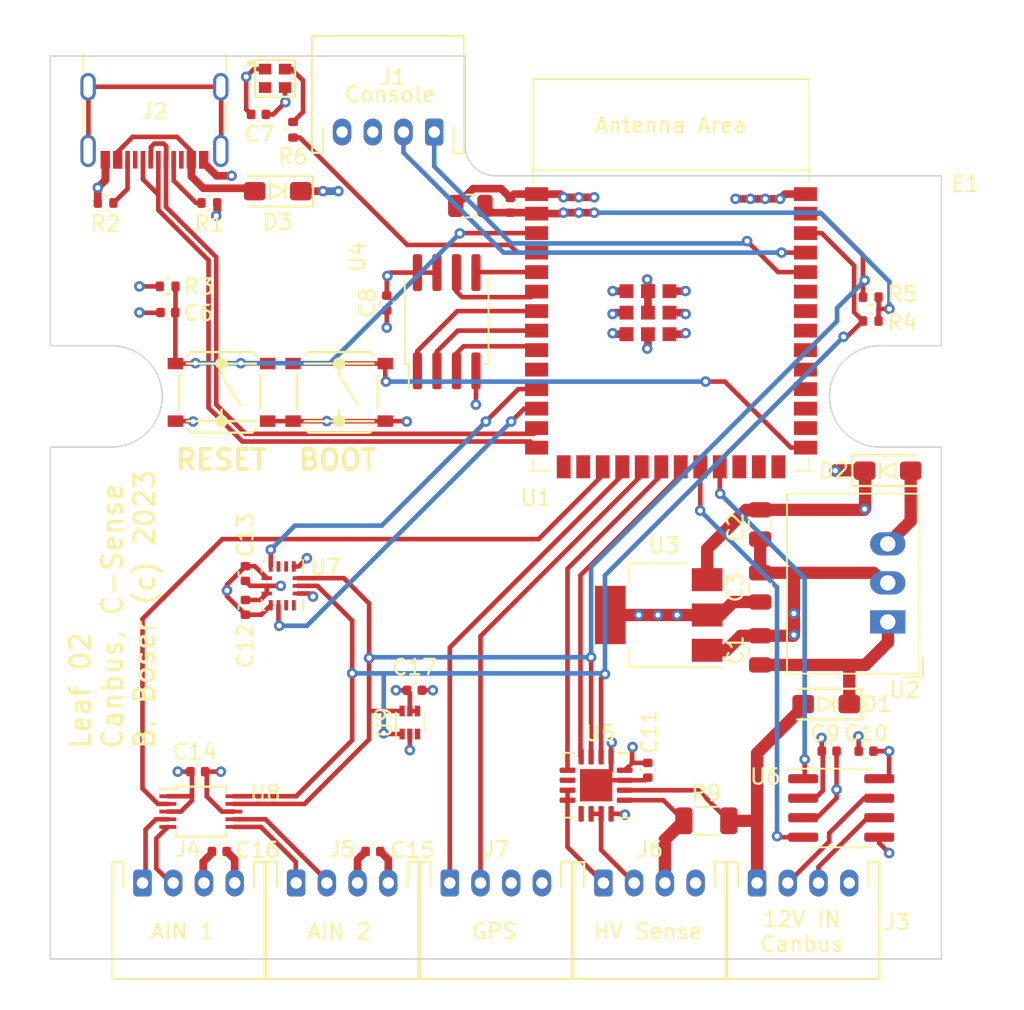
<source format=kicad_pcb>
(kicad_pcb (version 20221018) (generator pcbnew)
  (title_block (title "Enter Title On Page Setting Dialog") (rev "1") (company "Ashton Johnson"))
  (layers (0 "F.Cu" signal) (1 "In1.Cu" power "GND") (2 "In2.Cu" power "POWER") (31 "B.Cu" signal) (35 "F.Paste" user) (36 "B.SilkS" user "B.Silkscreen") (37 "F.SilkS" user "F.Silkscreen") (38 "B.Mask" user) (39 "F.Mask" user) (44 "Edge.Cuts" user))
  (net 0 "")
  (net 12 "ADC_ALERT")
  (net 13 "+12V")
  (net 14 "GND")
  (net 15 "+5V")
  (net 16 "Vin")
  (net 17 "D+")
  (net 18 "D-")
  (net 19 "RESET")
  (net 20 "+3.3V")
  (net 21 "SDA")
  (net 22 "SCL")
  (net 23 "CS_WARNING")
  (net 24 "BOOT")
  (net 25 "IMU_INT2")
  (net 26 "FRAM_CS")
  (net 27 "FRAM_MISO")
  (net 28 "FRAM_MOSI")
  (net 29 "FRAM_SCK")
  (net 30 "CAN_TXD")
  (net 31 "CAN_RXD")
  (net 32 "GPS_RX")
  (net 33 "GPS_TX")
  (net 34 "U0RXD")
  (net 35 "U0TXD")
  (net 36 "CS_CRITICAL")
  (net 37 "/VUSB")
  (net 38 "/Vreg")
  (net 40 "Net-(J2-CC1)")
  (net 42 "Net-(J2-CC2)")
  (net 44 "unconnected-(J2-SHIELD-PadS1)")
  (net 46 "FRAM_WP")
  (net 47 "IMU_INT1")
  (net 48 "/io/CAN_H")
  (net 49 "/io/CAN_L")
  (net 51 "LED")
  (net 53 "Net-(LED1-DIN)")
  (net 54 "/io/AIN1+")
  (net 55 "/io/AIN1-")
  (net 56 "/io/AIN2+")
  (net 57 "/io/AIN2-")
  (net 64 "/io/Vsense1")
  (net 65 "/io/Vsense2")
  (net 66 "/io/Vout")
  (footprint "Footprints:JST_PH_S4B-PH-K_1x04_P2.00mm_Horizontal" (layer "F.Cu") (at 124.99 46.15 180)
    (fp_text reference "J1")
    (fp_text value "Console")
  )
  (footprint "Espressif:ESP32-S3-WROOM-1" (layer "F.Cu") (at 140.4 58.45)
    (fp_text reference "U1")
    (fp_text value "ESP32-S3-WROOM-1")
  )
  (footprint "Converter_DCDC:Converter_DCDC_RECOM_R-78E-0.5_THT" (layer "F.Cu") (at 154.5075 78.047 90)
    (fp_text reference "U2")
    (fp_text value "R-78E5.0-1.0")
  )
  (footprint "Footprints:SOD-123" (layer "F.Cu") (at 150.5 83.4 180)
    (fp_text reference "D1")
    (fp_text value "1N5819WS")
  )
  (footprint "Footprints:C_0402_1005Metric" (layer "F.Cu") (at 153.095 86.465)
    (fp_text reference "C10")
    (fp_text value "100n")
  )
  (footprint "Footprints:C_0402_1005Metric" (layer "F.Cu") (at 107.65 57.9 180)
    (fp_text reference "C6")
    (fp_text value "1uF")
  )
  (footprint "Footprints:Hammond_1593K_WROOM" (layer "F.Cu") (at 100 100)
    (fp_text reference "E1")
    (fp_text value "1593k")
    (fp_line (start 0 -39.941) (end 0 -58.8) (stroke (width 0.1)) (layer "Edge.Cuts"))
    (fp_line (start 0 -33.337) (end 0 0) (stroke (width 0.1)) (layer "Edge.Cuts"))
    (fp_line (start 0 0) (end 58 0) (stroke (width 0.1)) (layer "Edge.Cuts"))
    (fp_line (start 3.981 -39.941) (end 0 -39.941) (stroke (width 0.1)) (layer "Edge.Cuts"))
    (fp_line (start 3.981 -33.337) (end 0 -33.337) (stroke (width 0.1)) (layer "Edge.Cuts"))
    (fp_line (start 27 -58.8) (end 0 -58.8) (stroke (width 0.1)) (layer "Edge.Cuts"))
    (fp_line (start 27 -53) (end 27 -58.8) (stroke (width 0.1)) (layer "Edge.Cuts"))
    (fp_line (start 29 -51) (end 58 -51) (stroke (width 0.1)) (layer "Edge.Cuts"))
    (fp_line (start 54.019 -39.941) (end 58 -39.941) (stroke (width 0.1)) (layer "Edge.Cuts"))
    (fp_line (start 54.019 -33.337) (end 58 -33.337) (stroke (width 0.1)) (layer "Edge.Cuts"))
    (fp_line (start 58 -51) (end 58 -39.941) (stroke (width 0.1)) (layer "Edge.Cuts"))
    (fp_line (start 58 0) (end 58 -33.337) (stroke (width 0.1)) (layer "Edge.Cuts"))
    (fp_arc (start 3.981 -39.941) (mid 7.283 -36.639) (end 3.981 -33.337) (stroke (width 0.1)) (layer "Edge.Cuts"))
    (fp_arc (start 29 -51) (mid 27.585786 -51.585786) (end 27 -53) (stroke (width 0.1)) (layer "Edge.Cuts"))
    (fp_arc (start 54.019 -33.337) (mid 50.717 -36.639) (end 54.019 -39.941) (stroke (width 0.1)) (layer "Edge.Cuts"))
  )
  (footprint "Capacitor_SMD:C_0805_2012Metric" (layer "F.Cu") (at 146.2 79.9 90)
    (fp_text reference "C1")
    (fp_text value "10u")
  )
  (footprint "Package_DFN_QFN:Texas_RGV_S-PVQFN-N16_EP2.1x2.1mm" (layer "F.Cu") (at 135.525 88.685 180)
    (fp_text reference "U5")
    (fp_text value "INA3221")
  )
  (footprint "Footprints:C_0402_1005Metric" (layer "F.Cu") (at 111 93)
    (fp_text reference "C16")
    (fp_text value "100n")
  )
  (footprint "Footprints:JST_PH_S4B-PH-K_1x04_P2.00mm_Horizontal" (layer "F.Cu") (at 106 95.05)
    (fp_text reference "J4")
    (fp_text value "AIN1")
  )
  (footprint "Footprints:JST_PH_S4B-PH-K_1x04_P2.00mm_Horizontal" (layer "F.Cu") (at 146 95.05)
    (fp_text reference "J3")
    (fp_text value "Power")
  )
  (footprint "Footprints:TS-1187A" (layer "F.Cu") (at 111.14 63.1)
    (fp_text reference "SW2" hide)
    (fp_text value "RESET")
  )
  (footprint "Footprints:C_0402_1005Metric" (layer "F.Cu") (at 113.55 45)
    (fp_text reference "C7")
    (fp_text value "100n")
  )
  (footprint "Package_LGA:Bosch_LGA-14_3x2.5mm_P0.5mm" (layer "F.Cu") (at 115.1 75.7 -90)
    (fp_text reference "U7")
    (fp_text value "BMI270")
  )
  (footprint "Footprints:R_0402_1005Metric" (layer "F.Cu") (at 110.35 50.765)
    (fp_text reference "R1")
    (fp_text value "5.1k")
  )
  (footprint "Footprints:R_0402_1005Metric" (layer "F.Cu") (at 153.39645 58.45 180)
    (fp_text reference "R4")
    (fp_text value "5.1k")
  )
  (footprint "Footprints:JST_PH_S4B-PH-K_1x04_P2.00mm_Horizontal" (layer "F.Cu") (at 136 95.05)
    (fp_text reference "J6")
    (fp_text value "HV Sense")
  )
  (footprint "Capacitor_SMD:C_0805_2012Metric" (layer "F.Cu") (at 146.2 71.7 -90)
    (fp_text reference "C2")
    (fp_text value "10u")
  )
  (footprint "Capacitor_SMD:C_0805_2012Metric" (layer "F.Cu") (at 127.34 50.96 180)
    (fp_text reference "C4" hide)
    (fp_text value "10u")
  )
  (footprint "Package_TO_SOT_SMD:SOT-563" (layer "F.Cu") (at 123.4 84.6 90)
    (fp_text reference "U9")
    (fp_text value "TMP1075NDRLR")
  )
  (footprint "Footprints:C_0402_1005Metric" (layer "F.Cu") (at 109.6 87.8 180)
    (fp_text reference "C14")
    (fp_text value "100n")
  )
  (footprint "Footprints:C_0402_1005Metric" (layer "F.Cu") (at 123.7 82.5)
    (fp_text reference "C17")
    (fp_text value "100n")
  )
  (footprint "Footprints:C_0402_1005Metric" (layer "F.Cu") (at 150.695 86.465 180)
    (fp_text reference "C9")
    (fp_text value "100n")
  )
  (footprint "Footprints:R_0402_1005Metric" (layer "F.Cu") (at 103.6 50.765 180)
    (fp_text reference "R2")
    (fp_text value "5.1k")
  )
  (footprint "Footprints:C_0402_1005Metric" (layer "F.Cu") (at 112.7 77.1 90)
    (fp_text reference "C12")
    (fp_text value "100n")
  )
  (footprint "Package_TO_SOT_SMD:SOT-223-3_TabPin2" (layer "F.Cu") (at 139.6 77.6 180)
    (fp_text reference "U3")
    (fp_text value "AMS1117-3.3")
  )
  (footprint "Footprints:JST_PH_S4B-PH-K_1x04_P2.00mm_Horizontal" (layer "F.Cu") (at 116 95.05)
    (fp_text reference "J5")
    (fp_text value "AIN2")
  )
  (footprint "Footprints:C_0402_1005Metric" (layer "F.Cu") (at 138.888021 87.709479 -90)
    (fp_text reference "C11")
    (fp_text value "100n")
  )
  (footprint "Footprints:C_0402_1005Metric" (layer "F.Cu") (at 129.94 50.92 90)
    (fp_text reference "C5" hide)
    (fp_text value "100n")
  )
  (footprint "Footprints:SK6805-EK20" (layer "F.Cu") (at 114.6275 42.65 180)
    (fp_text reference "LED1" hide)
    (fp_text value "SK6805")
  )
  (footprint "Footprints:SOP-8_MP85RS2" (layer "F.Cu") (at 125.8 58.5 90)
    (fp_text reference "U4")
    (fp_text value "MB85RS2MT")
  )
  (footprint "Footprints:C_0402_1005Metric" (layer "F.Cu") (at 121.9 57.28 -90)
    (fp_text reference "C8")
    (fp_text value "100n")
  )
  (footprint "Footprints:R_0402_1005Metric" (layer "F.Cu") (at 153.4 56.9)
    (fp_text reference "R5")
    (fp_text value "5.1k")
  )
  (footprint "Footprints:C_0402_1005Metric" (layer "F.Cu") (at 121 93)
    (fp_text reference "C15")
    (fp_text value "100n")
  )
  (footprint "Footprints:R_0402_1005Metric" (layer "F.Cu") (at 115.8 46 90)
    (fp_text reference "R6")
    (fp_text value "510")
  )
  (footprint "Footprints:R_0402_1005Metric" (layer "F.Cu") (at 107.64 56.2)
    (fp_text reference "R3")
    (fp_text value "10k")
  )
  (footprint "Footprints:JST_PH_S4B-PH-K_1x04_P2.00mm_Horizontal" (layer "F.Cu") (at 126 95.05)
    (fp_text reference "J7")
    (fp_text value "GPS")
  )
  (footprint "Package_SO:TSSOP-10_3x3mm_P0.5mm" (layer "F.Cu") (at 109.8 90.4)
    (fp_text reference "U8")
    (fp_text value "ADS1015IDGS")
  )
  (footprint "Resistor_SMD:R_1206_3216Metric" (layer "F.Cu") (at 142.7 91)
    (fp_text reference "R9")
    (fp_text value "150m")
  )
  (footprint "Footprints:SOD-123" (layer "F.Cu") (at 114.8 50 180)
    (fp_text reference "D3")
    (fp_text value "1N5819WS")
  )
  (footprint "Footprints:SOD-123" (layer "F.Cu") (at 154.5 68.2)
    (fp_text reference "D2")
    (fp_text value "1N5819WS")
  )
  (footprint "Footprints:TS-1187A" (layer "F.Cu") (at 118.8 63.1)
    (fp_text reference "SW1" hide)
    (fp_text value "BOOT")
  )
  (footprint "Capacitor_SMD:C_0805_2012Metric" (layer "F.Cu") (at 146.2 75.8 90)
    (fp_text reference "C3")
    (fp_text value "10u")
  )
  (footprint "Footprints:C_0402_1005Metric" (layer "F.Cu") (at 112.7 74.9 -90)
    (fp_text reference "C13")
    (fp_text value "100n")
  )
  (footprint "Connector_USB:USB_C_Receptacle_GCT_USB4105-xx-A_16P_TopMnt_Horizontal" (layer "F.Cu") (at 106.78 44.275 180)
    (fp_text reference "J2")
    (fp_text value "USB_C_Receptacle_USB2.0")
  )
  (footprint "Package_SO:SOIC-8_3.9x4.9mm_P1.27mm" (layer "F.Cu") (at 151.475 90.165)
    (fp_text reference "U6")
    (fp_text value "MCP2562-E-SN")
  )
  (gr_text "HV Sense" (at 138.9 98.8) (layer "F.SilkS") (effects (font (size 1 1)) (justify bottom)))
  (gr_text "Leaf 02\nCanbus, C-Sense\nB. Boser (c) 2023" (at 106.9 86.43 90) (layer "F.SilkS") (effects (font (size 1.3 1.3) (thickness 0.2)) (justify left bottom)))
  (gr_text "BOOT" (at 118.7 67.5) (layer "F.SilkS") (effects (font (size 1.3 1.3) (thickness 0.26) bold)))
  (gr_text "12V IN\nCanbus" (at 148.9 99.61) (layer "F.SilkS") (effects (font (size 1 1)) (justify bottom)))
  (gr_text "Console" (at 122.1 44.28) (layer "F.SilkS") (effects (font (size 1 1)) (justify bottom)))
  (gr_text "GPS" (at 128.9 98.8) (layer "F.SilkS") (effects (font (size 1 1)) (justify bottom)))
  (gr_text "AIN 2" (at 118.8 98.8) (layer "F.SilkS") (effects (font (size 1 1)) (justify bottom)))
  (gr_text "AIN 1" (at 108.6 98.8) (layer "F.SilkS") (effects (font (size 1 1)) (justify bottom)))
  (segment (start 106 88.9) (end 107 89.9) (width 0.3) (layer "F.Cu") (net 12))
  (segment (start 107 89.9) (end 107.65 89.9) (width 0.3) (layer "F.Cu") (net 12))
  (segment (start 135.955 68.485) (end 131.7829 72.6571) (width 0.3) (layer "F.Cu") (net 12))
  (segment (start 106 88.9) (end 106 77.85) (width 0.3) (layer "F.Cu") (net 12))
  (segment (start 106 77.85) (end 111.1929 72.6571) (width 0.3) (layer "F.Cu") (net 12))
  (segment (start 131.7829 72.6571) (end 111.1929 72.6571) (width 0.3) (layer "F.Cu") (net 12))
  (segment (start 152 80.95) (end 152.1 80.85) (width 0.8) (layer "F.Cu") (net 13))
  (segment (start 152.1 80.85) (end 153.04 80.85) (width 0.8) (layer "F.Cu") (net 13))
  (segment (start 153.04 80.85) (end 154.52 79.37) (width 0.8) (layer "F.Cu") (net 13))
  (segment (start 146.2 80.85) (end 152.1 80.85) (width 0.8) (layer "F.Cu") (net 13))
  (segment (start 154.52 79.37) (end 154.52 78.0595) (width 0.8) (layer "F.Cu") (net 13))
  (segment (start 152 83.4) (end 152 80.95) (width 0.8) (layer "F.Cu") (net 13))
  (segment (start 154.595 86.465) (end 154.595 87.935) (width 0.3) (layer "F.Cu") (net 14))
  (segment (start 103.58 49.285) (end 103.58 47.955) (width 0.5) (layer "F.Cu") (net 14))
  (segment (start 137.3875 88.36) (end 135.85 88.36) (width 0.3) (layer "F.Cu") (net 14))
  (segment (start 137.3875 88.36) (end 138.7175 88.36) (width 0.3) (layer "F.Cu") (net 14))
  (segment (start 112.7 76.62) (end 113.6675 76.62) (width 0.3) (layer "F.Cu") (net 14))
  (segment (start 124.18 82.5) (end 124.9 82.5) (width 0.3) (layer "F.Cu") (net 14))
  (segment (start 105.82 57.92) (end 107.19 57.92) (width 0.3) (layer "F.Cu") (net 14))
  (segment (start 136.5 86.8225) (end 136.5 87.71) (width 0.3) (layer "F.Cu") (net 14))
  (segment (start 148.4 77.5) (end 148.4 74.95) (width 0.8) (layer "F.Cu") (net 14))
  (segment (start 148.3 74.85) (end 153.58 74.85) (width 0.8) (layer "F.Cu") (net 14))
  (segment (start 115.2775 44.1775) (end 115.3 44.2) (width 0.3) (layer "F.Cu") (net 14))
  (segment (start 114.0875 75.7) (end 115 75.7) (width 0.3) (layer "F.Cu") (net 14))
  (segment (start 114.14 64.975) (end 115.8 64.975) (width 0.3) (layer "F.Cu") (net 14))
  (segment (start 112.7 75.38) (end 113.02 75.7) (width 0.3) (layer "F.Cu") (net 14))
  (segment (start 146.2 74.85) (end 148.3 74.85) (width 0.8) (layer "F.Cu") (net 14))
  (segment (start 112 95.05) (end 112 93.52) (width 0.5) (layer "F.Cu") (net 14))
  (segment (start 136.5 86.8225) (end 136.5 85.9424) (width 0.3) (layer "F.Cu") (net 14))
  (segment (start 109.275 64.975) (end 109.3 65) (width 0.3) (layer "F.Cu") (net 14))
  (segment (start 138.9 60.2) (end 138.85 60.25) (width 0.5) (layer "F.Cu") (net 14))
  (segment (start 126.39 50.96) (end 127.5174 49.8326) (width 0.5) (layer "F.Cu") (net 14))
  (segment (start 141.26 57.91) (end 141.35 58) (width 0.5) (layer "F.Cu") (net 14))
  (segment (start 108.5 90.4) (end 109.22 89.68) (width 0.3) (layer "F.Cu") (net 14))
  (segment (start 134.4 50.4) (end 135.4 50.4) (width 0.5) (layer "F.Cu") (net 14))
  (segment (start 149.15 50.19) (end 147.81 50.19) (width 0.5) (layer "F.Cu") (net 14))
  (segment (start 147.81 50.19) (end 147.5 50.5) (width 0.5) (layer "F.Cu") (net 14))
  (segment (start 109.22 87.8) (end 108.3 87.8) (width 0.3) (layer "F.Cu") (net 14))
  (segment (start 114.0875 75.7) (end 114.0875 76.2) (width 0.3) (layer "F.Cu") (net 14))
  (segment (start 127.705 61.7) (end 127.705 63.895) (width 0.3) (layer "F.Cu") (net 14))
  (segment (start 122 95.05) (end 122 93.52) (width 0.5) (layer "F.Cu") (net 14))
  (segment (start 114.03 45) (end 114.5 45) (width 0.3) (layer "F.Cu") (net 14))
  (segment (start 109.22 89.3) (end 109.22 87.8) (width 0.3) (layer "F.Cu") (net 14))
  (segment (start 138.7175 88.36) (end 138.888021 88.189479) (width 0.3) (layer "F.Cu") (net 14))
  (segment (start 140.3 56.51) (end 141.34 56.51) (width 0.5) (layer "F.Cu") (net 14))
  (segment (start 109.22 89.68) (end 109.22 89.3) (width 0.3) (layer "F.Cu") (net 14))
  (segment (start 123.4 85.35) (end 123.4 86.4) (width 0.3) (layer "F.Cu") (net 14))
  (segment (start 105.8 57.9) (end 105.82 57.92) (width 0.3) (layer "F.Cu") (net 14))
  (segment (start 140.3 57.91) (end 141.26 57.91) (width 0.5) (layer "F.Cu") (net 14))
  (segment (start 137.5 56.51) (end 136.61 56.51) (width 0.5) (layer "F.Cu") (net 14))
  (segment (start 136.66 59.31) (end 136.6 59.25) (width 0.5) (layer "F.Cu") (net 14))
  (segment (start 136.61 56.51) (end 136.6 56.5) (width 0.5) (layer "F.Cu") (net 14))
  (segment (start 149.79 89.53) (end 150.2774 89.0426) (width 0.3) (layer "F.Cu") (net 14))
  (segment (start 112 93.52) (end 111.48 93) (width 0.5) (layer "F.Cu") (net 14))
  (segment (start 148.4 77.5) (end 148.4 78.9) (width 0.8) (layer "F.Cu") (net 14))
  (segment (start 127.5174 49.8326) (end 129.3326 49.8326) (width 0.5) (layer "F.Cu") (net 14))
  (segment (start 138.9 59.31) (end 138.9 60.2) (width 0.5) (layer "F.Cu") (net 14))
  (segment (start 109.98 48.153503) (end 110.826497 49) (width 0.5) (layer "F.Cu") (net 14))
  (segment (start 141.34 56.51) (end 141.35 56.5) (width 0.5) (layer "F.Cu") (net 14))
  (segment (start 137.5 57.91) (end 136.69 57.91) (width 0.5) (layer "F.Cu") (net 14))
  (segment (start 144.95 78.95) (end 144 79.9) (width 0.8) (layer "F.Cu") (net 14))
  (segment (start 103.09 50.765) (end 103.09 49.775) (width 0.5) (layer "F.Cu") (net 14))
  (segment (start 127.705 63.895) (end 127.7 63.9) (width 0.3) (layer "F.Cu") (net 14))
  (segment (start 130.19 50.19) (end 129.94 50.44) (width 0.5) (layer "F.Cu") (net 14))
  (segment (start 107.65 90.4) (end 108.5 90.4) (width 0.3) (layer "F.Cu") (net 14))
  (segment (start 129.3326 49.8326) (end 129.94 50.44) (width 0.5) (layer "F.Cu") (net 14))
  (segment (start 138.9 57.91) (end 138.9 56.51) (width 0.5) (layer "F.Cu") (net 14))
  (segment (start 107.65 89.4) (end 109.12 89.4) (width 0.3) (layer "F.Cu") (net 14))
  (segment (start 115.8 64.975) (end 121.8 64.975) (width 0.3) (layer "F.Cu") (net 14))
  (segment (start 110.86 51.54) (end 110.8 51.6) (width 0.5) (layer "F.Cu") (net 14))
  (segment (start 136.5 85.9424) (end 136.5424 85.9) (width 0.3) (layer "F.Cu") (net 14))
  (segment (start 113.6675 76.62) (end 114.0875 76.2) (width 0.3) (layer "F.Cu") (net 14))
  (segment (start 146.2 78.95) (end 148.35 78.95) (width 0.8) (layer "F.Cu") (net 14))
  (segment (start 145.566666 50.5) (end 146.6 50.5) (width 0.5) (layer "F.Cu") (net 14))
  (segment (start 150.215 85.615) (end 150.2 85.6) (width 0.3) (layer "F.Cu") (net 14))
  (segment (start 140.3 59.31) (end 141.29 59.31) (width 0.5) (layer "F.Cu") (net 14))
  (segment (start 148.4 74.95) (end 148.3 74.85) (width 0.8) (layer "F.Cu") (net 14))
  (segment (start 116.1625 74.4375) (end 116.7 73.9) (width 0.3) (layer "F.Cu") (net 14))
  (segment (start 110.86 50.765) (end 110.86 51.54) (width 0.5) (layer "F.Cu") (net 14))
  (segment (start 123.175 64.975) (end 123.2 65) (width 0.3) (layer "F.Cu") (net 14))
  (segment (start 109.12 89.4) (end 109.22 89.3) (width 0.3) (layer "F.Cu") (net 14))
  (segment (start 122 93.52) (end 121.48 93) (width 0.5) (layer "F.Cu") (net 14))
  (segment (start 121.9 57.76) (end 121.9 58.88) (width 0.3) (layer "F.Cu") (net 14))
  (segment (start 150.215 86.465) (end 150.215 85.615) (width 0.3) (layer "F.Cu") (net 14))
  (segment (start 133.19 50.19) (end 133.4 50.4) (width 0.5) (layer "F.Cu") (net 14))
  (segment (start 103.09 49.775) (end 103.58 49.285) (width 0.5) (layer "F.Cu") (net 14))
  (segment (start 133.4 50.4) (end 134.4 50.4) (width 0.5) (layer "F.Cu") (net 14))
  (segment (start 144 79.9) (end 142.75 79.9) (width 0.8) (layer "F.Cu") (net 14))
  (segment (start 153.575 86.465) (end 154.595 86.465) (width 0.3) (layer "F.Cu") (net 14))
  (segment (start 153.58 74.85) (end 154.237 75.507) (width 0.8) (layer "F.Cu") (net 14))
  (segment (start 148.35 78.95) (end 148.4 78.9) (width 0.8) (layer "F.Cu") (net 14))
  (segment (start 108.14 64.975) (end 109.275 64.975) (width 0.3) (layer "F.Cu") (net 14))
  (segment (start 136.5 87.71) (end 135.525 88.685) (width 0.3) (layer "F.Cu") (net 14))
  (segment (start 131.65 50.19) (end 130.19 50.19) (width 0.5) (layer "F.Cu") (net 14))
  (segment (start 121.8 64.975) (end 123.175 64.975) (width 0.3) (layer "F.Cu") (net 14))
  (segment (start 113.02 75.7) (end 114.0875 75.7) (width 0.3) (layer "F.Cu") (net 14))
  (segment (start 146.533332 50.5) (end 147.5 50.5) (width 0.5) (layer "F.Cu") (net 14))
  (segment (start 115.85 74.4375) (end 116.1625 74.4375) (width 0.3) (layer "F.Cu") (net 14))
  (segment (start 146.2 72.65) (end 146.2 74.85) (width 0.8) (layer "F.Cu") (net 14))
  (segment (start 144.6 50.5) (end 145.566666 50.5) (width 0.5) (layer "F.Cu") (net 14))
  (segment (start 137.5 59.31) (end 136.66 59.31) (width 0.5) (layer "F.Cu") (net 14))
  (segment (start 146.2 78.95) (end 144.95 78.95) (width 0.8) (layer "F.Cu") (net 14))
  (segment (start 150.2774 89.0426) (end 150.2774 86.5274) (width 0.3) (layer "F.Cu") (net 14))
  (segment (start 131.65 50.19) (end 133.19 50.19) (width 0.5) (layer "F.Cu") (net 14))
  (segment (start 136.69 57.91) (end 136.6 58) (width 0.5) (layer "F.Cu") (net 14))
  (segment (start 114.5 45) (end 115.3 44.2) (width 0.3) (layer "F.Cu") (net 14))
  (segment (start 138.9 56.51) (end 138.9 55.8) (width 0.5) (layer "F.Cu") (net 14))
  (segment (start 141.29 59.31) (end 141.35 59.25) (width 0.5) (layer "F.Cu") (net 14))
  (segment (start 138.9 55.8) (end 138.85 55.75) (width 0.5) (layer "F.Cu") (net 14))
  (segment (start 110.826497 49) (end 111.8 49) (width 0.5) (layer "F.Cu") (net 14))
  (segment (start 115.2775 43.25) (end 115.2775 44.1775) (width 0.3) (layer "F.Cu") (net 14))
  (via (at 110.8 51.6) (size 0.6858) (drill 0.3302) (layers "F.Cu" "B.Cu") (net 14))
  (via (at 123.2 65) (size 0.6858) (drill 0.3302) (layers "F.Cu" "B.Cu") (net 14))
  (via (at 127.7 63.9) (size 0.6858) (drill 0.3302) (layers "F.Cu" "B.Cu") (net 14))
  (via (at 150.2 85.6) (size 0.6858) (drill 0.3302) (layers "F.Cu" "B.Cu") (net 14))
  (via (at 136.5424 85.9) (size 0.6858) (drill 0.3302) (layers "F.Cu" "B.Cu") (net 14))
  (via (at 105.8 57.9) (size 0.6858) (drill 0.3302) (layers "F.Cu" "B.Cu") (net 14))
  (via (at 134.4 50.4) (size 0.6858) (drill 0.3302) (layers "F.Cu" "B.Cu") (net 14))
  (via (at 148.4 77.5) (size 0.6858) (drill 0.3302) (layers "F.Cu" "B.Cu") (net 14))
  (via (at 136.6 56.5) (size 0.6858) (drill 0.3302) (layers "F.Cu" "B.Cu") (net 14))
  (via (at 111.8 49) (size 0.6858) (drill 0.3302) (layers "F.Cu" "B.Cu") (net 14))
  (via (at 115.3 44.2) (size 0.6858) (drill 0.3302) (layers "F.Cu" "B.Cu") (net 14))
  (via (at 136.6 58) (size 0.6858) (drill 0.3302) (layers "F.Cu" "B.Cu") (net 14))
  (via (at 138.85 60.25) (size 0.6858) (drill 0.3302) (layers "F.Cu" "B.Cu") (net 14))
  (via (at 145.566666 50.5) (size 0.6858) (drill 0.3302) (layers "F.Cu" "B.Cu") (net 14))
  (via (at 141.35 56.5) (size 0.6858) (drill 0.3302) (layers "F.Cu" "B.Cu") (net 14))
  (via (at 115 75.7) (size 0.6858) (drill 0.3302) (layers "F.Cu" "B.Cu") (net 14))
  (via (at 146.533332 50.5) (size 0.6858) (drill 0.3302) (layers "F.Cu" "B.Cu") (net 14))
  (via (at 138.85 55.75) (size 0.6858) (drill 0.3302) (layers "F.Cu" "B.Cu") (net 14))
  (via (at 124.9 82.5) (size 0.6858) (drill 0.3302) (layers "F.Cu" "B.Cu") (net 14))
  (via (at 118 64.975) (size 0.6858) (drill 0.3302) (layers "F.Cu" "B.Cu") (net 14))
  (via (at 123.4 86.4) (size 0.6858) (drill 0.3302) (layers "F.Cu" "B.Cu") (net 14))
  (via (at 109.3 65) (size 0.6858) (drill 0.3302) (layers "F.Cu" "B.Cu") (net 14))
  (via (at 133.4 50.4) (size 0.6858) (drill 0.3302) (layers "F.Cu" "B.Cu") (net 14))
  (via (at 103.09 49.775) (size 0.6858) (drill 0.3302) (layers "F.Cu" "B.Cu") (net 14))
  (via (at 147.5 50.5) (size 0.6858) (drill 0.3302) (layers "F.Cu" "B.Cu") (net 14))
  (via (at 135.4 50.4) (size 0.6858) (drill 0.3302) (layers "F.Cu" "B.Cu") (net 14))
  (via (at 108.3 87.8) (size 0.6858) (drill 0.3302) (layers "F.Cu" "B.Cu") (net 14))
  (via (at 116.7 73.9) (size 0.6858) (drill 0.3302) (layers "F.Cu" "B.Cu") (net 14))
  (via (at 144.6 50.5) (size 0.6858) (drill 0.3302) (layers "F.Cu" "B.Cu") (net 14))
  (via (at 141.35 58) (size 0.6858) (drill 0.3302) (layers "F.Cu" "B.Cu") (net 14))
  (via (at 154.595 86.465) (size 0.6858) (drill 0.3302) (layers "F.Cu" "B.Cu") (net 14))
  (via (at 141.35 59.25) (size 0.6858) (drill 0.3302) (layers "F.Cu" "B.Cu") (net 14))
  (via (at 136.6 59.25) (size 0.6858) (drill 0.3302) (layers "F.Cu" "B.Cu") (net 14))
  (via (at 148.4 78.9) (size 0.6858) (drill 0.3302) (layers "F.Cu" "B.Cu") (net 14))
  (via (at 121.9 58.88) (size 0.6858) (drill 0.3302) (layers "F.Cu" "B.Cu") (net 14))
  (segment (start 117.75 50) (end 118.75 50) (width 0.5) (layer "F.Cu") (net 15))
  (segment (start 142.75 75.3) (end 142.75 73.29) (width 0.8) (layer "F.Cu") (net 15))
  (segment (start 146.2 70.75) (end 152.95 70.75) (width 0.8) (layer "F.Cu") (net 15))
  (segment (start 149.9 90.8) (end 149 90.8) (width 0.3) (layer "F.Cu") (net 15))
  (segment (start 109.95 95.35) (end 109.95 93.67) (width 0.5) (layer "F.Cu") (net 15))
  (segment (start 109.95 93.67) (end 110.52 93.1) (width 0.5) (layer "F.Cu") (net 15))
  (segment (start 116.3 50) (end 117.75 50) (width 0.5) (layer "F.Cu") (net 15))
  (segment (start 151.12 68.18) (end 151.1 68.2) (width 0.8) (layer "F.Cu") (net 15))
  (segment (start 152.95 70.75) (end 153 70.7) (width 0.8) (layer "F.Cu") (net 15))
  (segment (start 153.03 68.18) (end 151.12 68.18) (width 0.8) (layer "F.Cu") (net 15))
  (segment (start 120 95.05) (end 120 93.52) (width 0.5) (layer "F.Cu") (net 15))
  (segment (start 145.29 70.75) (end 146.2 70.75) (width 0.8) (layer "F.Cu") (net 15))
  (segment (start 142.75 73.29) (end 145.29 70.75) (width 0.8) (layer "F.Cu") (net 15))
  (segment (start 120 93.52) (end 120.52 93) (width 0.5) (layer "F.Cu") (net 15))
  (segment (start 151.175 88.96979) (end 151.175 89.525) (width 0.3) (layer "F.Cu") (net 15))
  (segment (start 153.03 70.67) (end 153 70.7) (width 0.8) (layer "F.Cu") (net 15))
  (segment (start 153.03 68.18) (end 153.03 70.67) (width 0.8) (layer "F.Cu") (net 15))
  (segment (start 151.175 86.465) (end 151.175 88.96979) (width 0.3) (layer "F.Cu") (net 15))
  (segment (start 151.175 89.525) (end 149.9 90.8) (width 0.3) (layer "F.Cu") (net 15))
  (via (at 117.75 50) (size 0.6858) (drill 0.3302) (layers "F.Cu" "B.Cu") (net 15))
  (via (at 153 70.7) (size 0.6858) (drill 0.3302) (layers "F.Cu" "B.Cu") (net 15))
  (via (at 151.1 68.2) (size 0.6858) (drill 0.3302) (layers "F.Cu" "B.Cu") (net 15))
  (via (at 151.175 88.96979) (size 0.6858) (drill 0.3302) (layers "F.Cu" "B.Cu") (net 15))
  (via (at 118.75 50) (size 0.6858) (drill 0.3302) (layers "F.Cu" "B.Cu") (net 15))
  (segment (start 117.75 50) (end 118.75 50) (width 0.5) (layer "B.Cu") (net 15))
  (segment (start 144.1625 91) (end 146 91) (width 0.8) (layer "F.Cu") (net 16))
  (segment (start 142.1725 89.01) (end 144.1625 91) (width 0.3) (layer "F.Cu") (net 16))
  (segment (start 137.3875 89.01) (end 142.1725 89.01) (width 0.3) (layer "F.Cu") (net 16))
  (segment (start 146 86.6) (end 149 83.6) (width 0.8) (layer "F.Cu") (net 16))
  (segment (start 146 95.05) (end 146 86.6) (width 0.8) (layer "F.Cu") (net 16))
  (segment (start 107.03 51.23) (end 110.3 54.5) (width 0.3) (layer "F.Cu") (net 17))
  (segment (start 107.03 50.23) (end 107.03 51.23) (width 0.3) (layer "F.Cu") (net 17))
  (segment (start 112.5 66.3) (end 110.3 64.1) (width 0.3) (layer "F.Cu") (net 17))
  (segment (start 131.258065 66.3) (end 112.5 66.3) (width 0.3) (layer "F.Cu") (net 17))
  (segment (start 110.3 64.1) (end 110.3 54.5) (width 0.3) (layer "F.Cu") (net 17))
  (segment (start 107.03 50.23) (end 107.03 47.955) (width 0.3) (layer "F.Cu") (net 17))
  (segment (start 106.03 47.955) (end 106.03 49.23) (width 0.3) (layer "F.Cu") (net 17))
  (segment (start 106.03 49.23) (end 107.03 50.23) (width 0.3) (layer "F.Cu") (net 17))
  (segment (start 107.37 46.9) (end 107.55 47.08) (width 0.3) (layer "F.Cu") (net 18))
  (segment (start 106.55 47.1252) (end 106.7752 46.9) (width 0.3) (layer "F.Cu") (net 18))
  (segment (start 107.53 47.955) (end 107.53 51.03) (width 0.3) (layer "F.Cu") (net 18))
  (segment (start 106.7752 46.9) (end 107.37 46.9) (width 0.3) (layer "F.Cu") (net 18))
  (segment (start 107.55 47.935) (end 107.53 47.955) (width 0.3) (layer "F.Cu") (net 18))
  (segment (start 112.7 65.8) (end 131.488065 65.8) (width 0.3) (layer "F.Cu") (net 18))
  (segment (start 110.8 63.9) (end 112.7 65.8) (width 0.3) (layer "F.Cu") (net 18))
  (segment (start 110.8 54.3) (end 110.8 63.9) (width 0.3) (layer "F.Cu") (net 18))
  (segment (start 107.55 47.08) (end 107.55 47.935) (width 0.3) (layer "F.Cu") (net 18))
  (segment (start 106.55 47.955) (end 106.55 47.1252) (width 0.3) (layer "F.Cu") (net 18))
  (segment (start 107.53 51.03) (end 110.8 54.3) (width 0.3) (layer "F.Cu") (net 18))
  (segment (start 108.14 61.225) (end 109.425 61.225) (width 0.3) (layer "F.Cu") (net 19))
  (segment (start 126.67 52.73) (end 126.65 52.75) (width 0.3) (layer "F.Cu") (net 19))
  (segment (start 112.4 61.2) (end 114.115 61.2) (width 0.3) (layer "F.Cu") (net 19))
  (segment (start 109.425 61.225) (end 109.45 61.2) (width 0.3) (layer "F.Cu") (net 19))
  (segment (start 108.14 61.225) (end 108.14 57.99) (width 0.3) (layer "F.Cu") (net 19))
  (segment (start 108.15 56.2) (end 108.15 57.88) (width 0.3) (layer "F.Cu") (net 19))
  (segment (start 131.65 52.73) (end 126.67 52.73) (width 0.3) (layer "F.Cu") (net 19))
  (via (at 112.4 61.2) (size 0.6858) (drill 0.3302) (layers "F.Cu" "B.Cu") (net 19))
  (via (at 126.65 52.75) (size 0.6858) (drill 0.3302) (layers "F.Cu" "B.Cu") (net 19))
  (via (at 109.45 61.2) (size 0.6858) (drill 0.3302) (layers "F.Cu" "B.Cu") (net 19))
  (segment (start 109.45 61.2) (end 112.4 61.2) (width 0.3) (layer "B.Cu") (net 19))
  (segment (start 118.2 61.2) (end 112.4 61.2) (width 0.3) (layer "B.Cu") (net 19))
  (segment (start 126.65 52.75) (end 118.2 61.2) (width 0.3) (layer "B.Cu") (net 19))
  (segment (start 138.3 77.6) (end 139.55 77.6) (width 0.8) (layer "F.Cu") (net 20))
  (segment (start 137.868021 86.231979) (end 137.9 86.2) (width 0.3) (layer "F.Cu") (net 20))
  (segment (start 121.9 56.8) (end 121.9 55.559202) (width 0.3) (layer "F.Cu") (net 20))
  (segment (start 153.91645 57.06645) (end 153.91645 57.66645) (width 0.3) (layer "F.Cu") (net 20))
  (segment (start 153.95 92.45) (end 154.6 93.1) (width 0.3) (layer "F.Cu") (net 20))
  (segment (start 123.4 83.85) (end 123.4 82.68) (width 0.3) (layer "F.Cu") (net 20))
  (segment (start 137.868021 87.229479) (end 137.3875 87.71) (width 0.3) (layer "F.Cu") (net 20))
  (segment (start 138.888021 87.229479) (end 137.868021 87.229479) (width 0.3) (layer "F.Cu") (net 20))
  (segment (start 123.895 55.3) (end 122.159202 55.3) (width 0.3) (layer "F.Cu") (net 20))
  (segment (start 128.29 50.96) (end 128.73 51.4) (width 0.5) (layer "F.Cu") (net 20))
  (segment (start 143.6 77.6) (end 142.75 77.6) (width 0.8) (layer "F.Cu") (net 20))
  (segment (start 153.91645 57.66645) (end 154.61645 57.66645) (width 0.3) (layer "F.Cu") (net 20))
  (segment (start 142.75 77.6) (end 140.8 77.6) (width 0.8) (layer "F.Cu") (net 20))
  (segment (start 111.5 75.62) (end 111.5 76) (width 0.3) (layer "F.Cu") (net 20))
  (segment (start 123.9 83.85) (end 123.4 83.85) (width 0.3) (layer "F.Cu") (net 20))
  (segment (start 129.94 51.4) (end 131.59 51.4) (width 0.5) (layer "F.Cu") (net 20))
  (segment (start 112.75 42.55) (end 112.75 44.68) (width 0.3) (layer "F.Cu") (net 20))
  (segment (start 107.22 56.2) (end 105.8 56.2) (width 0.3) (layer "F.Cu") (net 20))
  (segment (start 122.159202 55.3) (end 121.939601 55.519601) (width 0.3) (layer "F.Cu") (net 20))
  (segment (start 139.55 77.6) (end 140.8 77.6) (width 0.8) (layer "F.Cu") (net 20))
  (segment (start 123.4 82.68) (end 123.22 82.5) (width 0.3) (layer "F.Cu") (net 20))
  (segment (start 128.73 51.4) (end 129.94 51.4) (width 0.5) (layer "F.Cu") (net 20))
  (segment (start 153.90645 57.67645) (end 153.91645 57.66645) (width 0.3) (layer "F.Cu") (net 20))
  (segment (start 113.7325 77.58) (end 114.35 76.9625) (width 0.3) (layer "F.Cu") (net 20))
  (segment (start 152.615 85.515) (end 152.6 85.5) (width 0.3) (layer "F.Cu") (net 20))
  (segment (start 111.5 76.38) (end 111.5 76) (width 0.3) (layer "F.Cu") (net 20))
  (segment (start 137.868021 87.229479) (end 137.868021 86.231979) (width 0.3) (layer "F.Cu") (net 20))
  (segment (start 121.9 55.559202) (end 121.939601 55.519601) (width 0.3) (layer "F.Cu") (net 20))
  (segment (start 113.25 42.05) (end 112.75 42.55) (width 0.3) (layer "F.Cu") (net 20))
  (segment (start 134.4 51.4) (end 135.4 51.4) (width 0.5) (layer "F.Cu") (net 20))
  (segment (start 113.3075 74.42) (end 114.0875 75.2) (width 0.3) (layer "F.Cu") (net 20))
  (segment (start 137.3475 90.5475) (end 137.4 90.6) (width 0.3) (layer "F.Cu") (net 20))
  (segment (start 123.22 82.5) (end 122.5 82.5) (width 0.3) (layer "F.Cu") (net 20))
  (segment (start 110.18 87.8) (end 111.1 87.8) (width 0.3) (layer "F.Cu") (net 20))
  (segment (start 111.1702 90.4) (end 111.95 90.4) (width 0.3) (layer "F.Cu") (net 20))
  (segment (start 110.18 87.8) (end 110.18 89.4098) (width 0.3) (layer "F.Cu") (net 20))
  (segment (start 153.90645 58.31645) (end 153.90645 57.67645) (width 0.3) (layer "F.Cu") (net 20))
  (segment (start 146.2 76.75) (end 144.45 76.75) (width 0.8) (layer "F.Cu") (net 20))
  (segment (start 131.65 51.46) (end 133.34 51.46) (width 0.5) (layer "F.Cu") (net 20))
  (segment (start 112.7 74.42) (end 113.3075 74.42) (width 0.3) (layer "F.Cu") (net 20))
  (segment (start 136.5 90.5475) (end 137.3475 90.5475) (width 0.3) (layer "F.Cu") (net 20))
  (segment (start 153.95 92.07) (end 153.95 92.45) (width 0.3) (layer "F.Cu") (net 20))
  (segment (start 152.615 86.465) (end 152.615 85.515) (width 0.3) (layer "F.Cu") (net 20))
  (segment (start 133.4 51.4) (end 134.4 51.4) (width 0.5) (layer "F.Cu") (net 20))
  (segment (start 116.1125 76.2) (end 116.9 76.2) (width 0.3) (layer "F.Cu") (net 20))
  (segment (start 110.18 89.4098) (end 111.1702 90.4) (width 0.3) (layer "F.Cu") (net 20))
  (segment (start 144.45 76.75) (end 143.6 77.6) (width 0.8) (layer "F.Cu") (net 20))
  (segment (start 112.75 44.68) (end 113.07 45) (width 0.3) (layer "F.Cu") (net 20))
  (segment (start 112.7 74.42) (end 111.5 75.62) (width 0.3) (layer "F.Cu") (net 20))
  (segment (start 136.45 77.6) (end 138.3 77.6) (width 0.8) (layer "F.Cu") (net 20))
  (segment (start 133.34 51.46) (end 133.4 51.4) (width 0.5) (layer "F.Cu") (net 20))
  (segment (start 112.7 77.58) (end 113.7325 77.58) (width 0.3) (layer "F.Cu") (net 20))
  (segment (start 113.9775 42.05) (end 113.25 42.05) (width 0.3) (layer "F.Cu") (net 20))
  (segment (start 125.165 55.3) (end 123.895 55.3) (width 0.3) (layer "F.Cu") (net 20))
  (segment (start 112.7 77.58) (end 111.5 76.38) (width 0.3) (layer "F.Cu") (net 20))
  (via (at 140.8 77.6) (size 0.6858) (drill 0.3302) (layers "F.Cu" "B.Cu") (net 20))
  (via (at 152.6 85.5) (size 0.6858) (drill 0.3302) (layers "F.Cu" "B.Cu") (net 20))
  (via (at 133.4 51.4) (size 0.6858) (drill 0.3302) (layers "F.Cu" "B.Cu") (net 20))
  (via (at 112.75 42.55) (size 0.6858) (drill 0.3302) (layers "F.Cu" "B.Cu") (net 20))
  (via (at 138.3 77.6) (size 0.6858) (drill 0.3302) (layers "F.Cu" "B.Cu") (net 20))
  (via (at 137.9 86.2) (size 0.6858) (drill 0.3302) (layers "F.Cu" "B.Cu") (net 20))
  (via (at 111.5 76) (size 0.6858) (drill 0.3302) (layers "F.Cu" "B.Cu") (net 20))
  (via (at 139.55 77.6) (size 0.6858) (drill 0.3302) (layers "F.Cu" "B.Cu") (net 20))
  (via (at 117.1 76.4) (size 0.6858) (drill 0.3302) (layers "F.Cu" "B.Cu") (net 20))
  (via (at 122.5 82.5) (size 0.6858) (drill 0.3302) (layers "F.Cu" "B.Cu") (net 20))
  (via (at 135.4 51.4) (size 0.6858) (drill 0.3302) (layers "F.Cu" "B.Cu") (net 20))
  (via (at 154.61645 57.66645) (size 0.6858) (drill 0.3302) (layers "F.Cu" "B.Cu") (net 20))
  (via (at 111.1 87.8) (size 0.6858) (drill 0.3302) (layers "F.Cu" "B.Cu") (net 20))
  (via (at 154.6 93.1) (size 0.6858) (drill 0.3302) (layers "F.Cu" "B.Cu") (net 20))
  (via (at 137.4 90.6) (size 0.6858) (drill 0.3302) (layers "F.Cu" "B.Cu") (net 20))
  (via (at 121.939601 55.519601) (size 0.6858) (drill 0.3302) (layers "F.Cu" "B.Cu") (net 20))
  (via (at 105.8 56.2) (size 0.6858) (drill 0.3302) (layers "F.Cu" "B.Cu") (net 20))
  (via (at 134.4 51.4) (size 0.6858) (drill 0.3302) (layers "F.Cu" "B.Cu") (net 20))
  (segment (start 154.61645 57.66645) (end 154.61645 55.89645) (width 0.3) (layer "B.Cu") (net 20))
  (segment (start 154.61645 55.89645) (end 150.12 51.4) (width 0.3) (layer "B.Cu") (net 20))
  (segment (start 150.12 51.4) (end 135.4 51.4) (width 0.3) (layer "B.Cu") (net 20))
  (segment (start 120.75 85.7) (end 120.75 83.9) (width 0.3) (layer "F.Cu") (net 21))
  (segment (start 152.89 54.15) (end 152.89 56.9) (width 0.3) (layer "F.Cu") (net 21))
  (segment (start 122.9 83.85) (end 120.8 83.85) (width 0.3) (layer "F.Cu") (net 21))
  (segment (start 150.2 51.46) (end 152.89 54.15) (width 0.3) (layer "F.Cu") (net 21))
  (segment (start 116.55 89.9) (end 120.75 85.7) (width 0.3) (layer "F.Cu") (net 21))
  (segment (start 120.8 83.85) (end 120.75 83.9) (width 0.3) (layer "F.Cu") (net 21))
  (segment (start 120.75 83.9) (end 120.75 80.4) (width 0.3) (layer "F.Cu") (net 21))
  (segment (start 111.95 89.9) (end 116.55 89.9) (width 0.3) (layer "F.Cu") (net 21))
  (segment (start 120.75 80.4) (end 120.75 76.85) (width 0.3) (layer "F.Cu") (net 21))
  (segment (start 120.75 76.85) (end 119.1 75.2) (width 0.3) (layer "F.Cu") (net 21))
  (segment (start 119.1 75.2) (end 116.1125 75.2) (width 0.3) (layer "F.Cu") (net 21))
  (segment (start 135.2 86.8225) (end 135.2 80.35) (width 0.3) (layer "F.Cu") (net 21))
  (segment (start 149.15 51.46) (end 150.2 51.46) (width 0.3) (layer "F.Cu") (net 21))
  (via (at 153.01 55.81) (size 0.6858) (drill 0.3302) (layers "F.Cu" "B.Cu") (net 21))
  (via (at 135.2 80.35) (size 0.6858) (drill 0.3302) (layers "F.Cu" "B.Cu") (net 21))
  (via (at 120.75 80.4) (size 0.6858) (drill 0.3302) (layers "F.Cu" "B.Cu") (net 21))
  (segment (start 120.8 80.35) (end 120.75 80.4) (width 0.3) (layer "B.Cu") (net 21))
  (segment (start 135.2 80.35) (end 120.8 80.35) (width 0.3) (layer "B.Cu") (net 21))
  (segment (start 135.2 74.47) (end 135.2 80.35) (width 0.3) (layer "B.Cu") (net 21))
  (segment (start 151.2071 58.4629) (end 135.2 74.47) (width 0.3) (layer "B.Cu") (net 21))
  (segment (start 151.2071 57.6129) (end 151.2071 58.4629) (width 0.3) (layer "B.Cu") (net 21))
  (segment (start 153.01 55.81) (end 151.2071 57.6129) (width 0.3) (layer "B.Cu") (net 21))
  (segment (start 111.95 89.4) (end 116 89.4) (width 0.3) (layer "F.Cu") (net 22))
  (segment (start 152.3176 54.8476) (end 150.2 52.73) (width 0.3) (layer "F.Cu") (net 22))
  (segment (start 135.85 86.8225) (end 135.85 81.7) (width 0.3) (layer "F.Cu") (net 22))
  (segment (start 116.1125 75.7) (end 117.379909 75.7) (width 0.3) (layer "F.Cu") (net 22))
  (segment (start 122.9 85.35) (end 121.75 85.35) (width 0.3) (layer "F.Cu") (net 22))
  (segment (start 117.379909 75.7) (end 119.65 77.970091) (width 0.3) (layer "F.Cu") (net 22))
  (segment (start 152.3176 57.88115) (end 152.3176 54.8476) (width 0.3) (layer "F.Cu") (net 22))
  (segment (start 121.75 85.35) (end 121.7 85.3) (width 0.3) (layer "F.Cu") (net 22))
  (segment (start 152.88645 58.45) (end 152.3176 57.88115) (width 0.3) (layer "F.Cu") (net 22))
  (segment (start 119.65 77.970091) (end 119.65 81.4) (width 0.3) (layer "F.Cu") (net 22))
  (segment (start 151.85645 59.48) (end 152.88645 58.45) (width 0.3) (layer "F.Cu") (net 22))
  (segment (start 119.65 85.75) (end 119.65 81.4) (width 0.3) (layer "F.Cu") (net 22))
  (segment (start 135.85 81.7) (end 136.1 81.45) (width 0.3) (layer "F.Cu") (net 22))
  (segment (start 150.2 52.73) (end 149.15 52.73) (width 0.3) (layer "F.Cu") (net 22))
  (segment (start 151.63 59.48) (end 151.85645 59.48) (width 0.3) (layer "F.Cu") (net 22))
  (segment (start 116 89.4) (end 119.65 85.75) (width 0.3) (layer "F.Cu") (net 22))
  (via (at 136.1 81.45) (size 0.6858) (drill 0.3302) (layers "F.Cu" "B.Cu") (net 22))
  (via (at 119.65 81.4) (size 0.6858) (drill 0.3302) (layers "F.Cu" "B.Cu") (net 22))
  (via (at 151.63 59.48) (size 0.6858) (drill 0.3302) (layers "F.Cu" "B.Cu") (net 22))
  (via (at 121.7 85.3) (size 0.6858) (drill 0.3302) (layers "F.Cu" "B.Cu") (net 22))
  (segment (start 136.1 75.02) (end 136.1 81.45) (width 0.3) (layer "B.Cu") (net 22))
  (segment (start 121.7 85.3) (end 121.7 81.4) (width 0.3) (layer "B.Cu") (net 22))
  (segment (start 121.7 81.4) (end 136.05 81.4) (width 0.3) (layer "B.Cu") (net 22))
  (segment (start 119.65 81.4) (end 121.7 81.4) (width 0.3) (layer "B.Cu") (net 22))
  (segment (start 151.63 59.48) (end 150.82 60.29) (width 0.3) (layer "B.Cu") (net 22))
  (segment (start 136.05 81.4) (end 136.1 81.45) (width 0.3) (layer "B.Cu") (net 22))
  (segment (start 150.82 60.3) (end 136.1 75.02) (width 0.3) (layer "B.Cu") (net 22))
  (segment (start 150.82 60.29) (end 150.82 60.3) (width 0.3) (layer "B.Cu") (net 22))
  (segment (start 134.5071 86.7796) (end 134.55 86.8225) (width 0.3) (layer "F.Cu") (net 23))
  (segment (start 134.5071 75.0127) (end 134.5071 86.7796) (width 0.3) (layer "F.Cu") (net 23))
  (segment (start 141.035 68.4848) (end 134.5071 75.0127) (width 0.3) (layer "F.Cu") (net 23))
  (segment (start 115.8 61.225) (end 121.8 61.225) (width 0.3) (layer "F.Cu") (net 24))
  (segment (start 121.8 61.225) (end 121.8 62.35) (width 0.3) (layer "F.Cu") (net 24))
  (segment (start 121.8 62.35) (end 121.85 62.4) (width 0.3) (layer "F.Cu") (net 24))
  (segment (start 143.9 62.4) (end 148.2 66.7) (width 0.3) (layer "F.Cu") (net 24))
  (segment (start 148.2 66.7) (end 149.15 66.7) (width 0.3) (layer "F.Cu") (net 24))
  (segment (start 142.65 62.4) (end 143.9 62.4) (width 0.3) (layer "F.Cu") (net 24))
  (via (at 121.85 62.4) (size 0.6858) (drill 0.3302) (layers "F.Cu" "B.Cu") (net 24))
  (via (at 142.65 62.4) (size 0.6858) (drill 0.3302) (layers "F.Cu" "B.Cu") (net 24))
  (segment (start 121.85 62.4) (end 142.65 62.4) (width 0.3) (layer "B.Cu") (net 24))
  (segment (start 130.84 64.16) (end 131.65 64.16) (width 0.3) (layer "F.Cu") (net 25))
  (segment (start 114.85 76.9625) (end 114.85 78.25) (width 0.3) (layer "F.Cu") (net 25))
  (segment (start 114.85 78.25) (end 114.9 78.3) (width 0.3) (layer "F.Cu") (net 25))
  (segment (start 130.84 64.16) (end 130 65) (width 0.3) (layer "F.Cu") (net 25))
  (via (at 130 65) (size 0.6858) (drill 0.3302) (layers "F.Cu" "B.Cu") (net 25))
  (via (at 114.9 78.3) (size 0.6858) (drill 0.3302) (layers "F.Cu" "B.Cu") (net 25))
  (segment (start 116.7 78.3) (end 130 65) (width 0.3) (layer "B.Cu") (net 25))
  (segment (start 114.9 78.3) (end 116.7 78.3) (width 0.3) (layer "B.Cu") (net 25))
  (segment (start 123.895 61.7) (end 123.895 60.405) (width 0.3) (layer "F.Cu") (net 26))
  (segment (start 123.895 60.405) (end 126.49 57.81) (width 0.3) (layer "F.Cu") (net 26))
  (segment (start 126.49 57.81) (end 131.65 57.81) (width 0.3) (layer "F.Cu") (net 26))
  (segment (start 125.165 61.7) (end 125.165 60.435) (width 0.3) (layer "F.Cu") (net 27))
  (segment (start 125.165 60.435) (end 126.52 59.08) (width 0.3) (layer "F.Cu") (net 27))
  (segment (start 126.52 59.08) (end 131.65 59.08) (width 0.3) (layer "F.Cu") (net 27))
  (segment (start 127.705 55.3) (end 127.735 55.27) (width 0.3) (layer "F.Cu") (net 28))
  (segment (start 127.735 55.27) (end 131.65 55.27) (width 0.3) (layer "F.Cu") (net 28))
  (segment (start 126.8 56.9) (end 131.29 56.9) (width 0.3) (layer "F.Cu") (net 29))
  (segment (start 126.435 56.535) (end 126.8 56.9) (width 0.3) (layer "F.Cu") (net 29))
  (segment (start 126.435 55.3) (end 126.435 56.535) (width 0.3) (layer "F.Cu") (net 29))
  (segment (start 131.29 56.9) (end 131.65 56.54) (width 0.3) (layer "F.Cu") (net 29))
  (segment (start 143.575 69.675) (end 143.6 69.7) (width 0.3) (layer "F.Cu") (net 30))
  (segment (start 149.1 87) (end 149.1 88.16) (width 0.3) (layer "F.Cu") (net 30))
  (segment (start 143.575 67.95) (end 143.575 69.675) (width 0.3) (layer "F.Cu") (net 30))
  (via (at 143.6 69.7) (size 0.6858) (drill 0.3302) (layers "F.Cu" "B.Cu") (net 30))
  (via (at 149.1 87) (size 0.6858) (drill 0.3302) (layers "F.Cu" "B.Cu") (net 30))
  (segment (start 143.6 69.7) (end 149.1 75.2) (width 0.3) (layer "B.Cu") (net 30))
  (segment (start 149.1 75.2) (end 149.1 87) (width 0.3) (layer "B.Cu") (net 30))
  (segment (start 149 92.07) (end 147.37 92.07) (width 0.3) (layer "F.Cu") (net 31))
  (segment (start 142.305 70.795) (end 142.3 70.8) (width 0.3) (layer "F.Cu") (net 31))
  (segment (start 147.37 92.07) (end 147.3 92) (width 0.3) (layer "F.Cu") (net 31))
  (segment (start 142.305 67.95) (end 142.305 70.795) (width 0.3) (layer "F.Cu") (net 31))
  (via (at 142.3 70.8) (size 0.6858) (drill 0.3302) (layers "F.Cu" "B.Cu") (net 31))
  (via (at 147.3 92) (size 0.6858) (drill 0.3302) (layers "F.Cu" "B.Cu") (net 31))
  (segment (start 147.3 75.8) (end 142.3 70.8) (width 0.3) (layer "B.Cu") (net 31))
  (segment (start 147.3 92) (end 147.3 75.8) (width 0.3) (layer "B.Cu") (net 31))
  (segment (start 137.225 68.4848) (end 126 79.7098) (width 0.3) (layer "F.Cu") (net 32))
  (segment (start 126 79.7098) (end 126 95.05) (width 0.3) (layer "F.Cu") (net 32))
  (segment (start 128 78.9798) (end 128 95.05) (width 0.3) (layer "F.Cu") (net 33))
  (segment (start 138.495 68.4848) (end 128 78.9798) (width 0.3) (layer "F.Cu") (net 33))
  (segment (start 145.35 53.25) (end 147.37 55.27) (width 0.3) (layer "F.Cu") (net 34))
  (segment (start 147.37 55.27) (end 149.15 55.27) (width 0.3) (layer "F.Cu") (net 34))
  (via (at 145.35 53.25) (size 0.6858) (drill 0.3302) (layers "F.Cu" "B.Cu") (net 34))
  (segment (start 130 53.4) (end 124.99 48.39) (width 0.3) (layer "B.Cu") (net 34))
  (segment (start 145.2 53.4) (end 130 53.4) (width 0.3) (layer "B.Cu") (net 34))
  (segment (start 124.99 48.39) (end 124.99 46.15) (width 0.3) (layer "B.Cu") (net 34))
  (segment (start 145.35 53.25) (end 145.2 53.4) (width 0.3) (layer "B.Cu") (net 34))
  (segment (start 149.15 54) (end 147.6 54) (width 0.3) (layer "F.Cu") (net 35))
  (via (at 147.6 54) (size 0.6858) (drill 0.3302) (layers "F.Cu" "B.Cu") (net 35))
  (segment (start 129.5 54) (end 122.99 47.49) (width 0.3) (layer "B.Cu") (net 35))
  (segment (start 122.99 47.49) (end 122.99 46.15) (width 0.3) (layer "B.Cu") (net 35))
  (segment (start 147.6 54) (end 129.5 54) (width 0.3) (layer "B.Cu") (net 35))
  (segment (start 133.6625 74.5873) (end 133.6625 87.71) (width 0.3) (layer "F.Cu") (net 36))
  (segment (start 139.765 68.4848) (end 133.6625 74.5873) (width 0.3) (layer "F.Cu") (net 36))
  (segment (start 105.355962 46.465) (end 104.38 47.440962) (width 0.3) (layer "F.Cu") (net 37))
  (segment (start 108.244038 46.465) (end 109.2 47.420962) (width 0.3) (layer "F.Cu") (net 37))
  (segment (start 104.38 47.440962) (end 104.38 47.955) (width 0.3) (layer "F.Cu") (net 37))
  (segment (start 105.355962 46.465) (end 108.244038 46.465) (width 0.3) (layer "F.Cu") (net 37))
  (segment (start 109.18 47.955) (end 109.18 49.03) (width 0.5) (layer "F.Cu") (net 37))
  (segment (start 109.18 49.03) (end 109.96 49.81) (width 0.5) (layer "F.Cu") (net 37))
  (segment (start 109.96 49.81) (end 113.175 49.81) (width 0.5) (layer "F.Cu") (net 37))
  (segment (start 156 71.4745) (end 154.5075 72.967) (width 0.8) (layer "F.Cu") (net 38))
  (segment (start 156 68.2) (end 156 71.4745) (width 0.8) (layer "F.Cu") (net 38))
  (segment (start 109.485 50.765) (end 109.84 50.765) (width 0.3) (layer "F.Cu") (net 40))
  (segment (start 109.485 50.765) (end 108.03 49.31) (width 0.3) (layer "F.Cu") (net 40))
  (segment (start 108.03 49.31) (end 108.03 47.955) (width 0.3) (layer "F.Cu") (net 40))
  (segment (start 104.11 50.765) (end 105.03 49.845) (width 0.3) (layer "F.Cu") (net 42))
  (segment (start 105.03 49.845) (end 105.03 47.955) (width 0.3) (layer "F.Cu") (net 42))
  (segment (start 111.12 43.2) (end 111.12 47.38) (width 0.3) (layer "F.Cu") (net 44))
  (segment (start 102.48 43.2) (end 111.12 43.2) (width 0.3) (layer "F.Cu") (net 44))
  (segment (start 102.48 47.38) (end 102.48 43.2) (width 0.3) (layer "F.Cu") (net 44))
  (segment (start 126.435 61.7) (end 126.435 60.565) (width 0.3) (layer "F.Cu") (net 46))
  (segment (start 131.4 60.1) (end 131.65 60.35) (width 0.3) (layer "F.Cu") (net 46))
  (segment (start 126.435 60.565) (end 126.9 60.1) (width 0.3) (layer "F.Cu") (net 46))
  (segment (start 126.9 60.1) (end 131.4 60.1) (width 0.3) (layer "F.Cu") (net 46))
  (segment (start 130.46 62.89) (end 128.35 65) (width 0.3) (layer "F.Cu") (net 47))
  (segment (start 130.46 62.89) (end 131.65 62.89) (width 0.3) (layer "F.Cu") (net 47))
  (segment (start 114.35 74.4375) (end 114.35 73.35) (width 0.3) (layer "F.Cu") (net 47))
  (via (at 128.35 65) (size 0.6858) (drill 0.3302) (layers "F.Cu" "B.Cu") (net 47))
  (via (at 114.35 73.35) (size 0.6858) (drill 0.3302) (layers "F.Cu" "B.Cu") (net 47))
  (segment (start 114.35 73.35) (end 115.92 71.78) (width 0.3) (layer "B.Cu") (net 47))
  (segment (start 115.92 71.78) (end 121.57 71.78) (width 0.3) (layer "B.Cu") (net 47))
  (segment (start 121.57 71.78) (end 128.35 65) (width 0.3) (layer "B.Cu") (net 47))
  (segment (start 153.95 89.53) (end 152.97 89.53) (width 0.3) (layer "F.Cu") (net 48))
  (segment (start 150.7 92.35) (end 148 95.05) (width 0.3) (layer "F.Cu") (net 48))
  (segment (start 150.7 91.8) (end 150.7 92.35) (width 0.3) (layer "F.Cu") (net 48))
  (segment (start 152.97 89.53) (end 150.7 91.8) (width 0.3) (layer "F.Cu") (net 48))
  (segment (start 153.2 90.8) (end 150 94) (width 0.3) (layer "F.Cu") (net 49))
  (segment (start 153.4 90.8) (end 153.2 90.8) (width 0.3) (layer "F.Cu") (net 49))
  (segment (start 150 94) (end 150 95.05) (width 0.3) (layer "F.Cu") (net 49))
  (segment (start 123.229909 53.5) (end 129.9 53.5) (width 0.3) (layer "F.Cu") (net 51))
  (segment (start 129.9 53.5) (end 130.4 54) (width 0.3) (layer "F.Cu") (net 51))
  (segment (start 116.239909 46.51) (end 123.229909 53.5) (width 0.3) (layer "F.Cu") (net 51))
  (segment (start 115.8 46.51) (end 116.239909 46.51) (width 0.3) (layer "F.Cu") (net 51))
  (segment (start 130.4 54) (end 131.65 54) (width 0.3) (layer "F.Cu") (net 51))
  (segment (start 115.7 42.05) (end 116.45 42.8) (width 0.3) (layer "F.Cu") (net 53))
  (segment (start 116.45 44.84) (end 115.8 45.49) (width 0.3) (layer "F.Cu") (net 53))
  (segment (start 116.45 42.8) (end 116.45 44.84) (width 0.3) (layer "F.Cu") (net 53))
  (segment (start 115.2775 42.05) (end 115.7 42.05) (width 0.3) (layer "F.Cu") (net 53))
  (segment (start 106.2 94.8) (end 106.2 91.5702) (width 0.3) (layer "F.Cu") (net 54))
  (segment (start 106.8702 90.9) (end 106.2 91.5702) (width 0.3) (layer "F.Cu") (net 54))
  (segment (start 107.65 90.9) (end 106.8702 90.9) (width 0.3) (layer "F.Cu") (net 54))
  (segment (start 106.9 94.1) (end 106.9 92.15) (width 0.3) (layer "F.Cu") (net 55))
  (segment (start 106.9 94.1) (end 107.85 95.05) (width 0.3) (layer "F.Cu") (net 55))
  (segment (start 106.9 92.15) (end 107.65 91.4) (width 0.3) (layer "F.Cu") (net 55))
  (segment (start 111.95 91.4) (end 113.7 91.4) (width 0.3) (layer "F.Cu") (net 56))
  (segment (start 115.975 93.675) (end 115.975 95.35) (width 0.3) (layer "F.Cu") (net 56))
  (segment (start 113.7 91.4) (end 115.975 93.675) (width 0.3) (layer "F.Cu") (net 56))
  (segment (start 114 90.9) (end 111.95 90.9) (width 0.3) (layer "F.Cu") (net 57))
  (segment (start 117.975 94.875) (end 114 90.9) (width 0.3) (layer "F.Cu") (net 57))
  (segment (start 133.6625 89.01) (end 133.6625 89.66) (width 0.3) (layer "F.Cu") (net 64))
  (segment (start 133.6625 92.7125) (end 133.6625 89.66) (width 0.3) (layer "F.Cu") (net 64))
  (segment (start 136 95.05) (end 133.6625 92.7125) (width 0.3) (layer "F.Cu") (net 64))
  (segment (start 135.85 92.9) (end 135.85 90.5475) (width 0.3) (layer "F.Cu") (net 65))
  (segment (start 135.2 90.5475) (end 135.85 90.5475) (width 0.3) (layer "F.Cu") (net 65))
  (segment (start 138 95.05) (end 135.85 92.9) (width 0.3) (layer "F.Cu") (net 65))
  (segment (start 140 92.2375) (end 140 95.05) (width 0.8) (layer "F.Cu") (net 66))
  (segment (start 140 92.2375) (end 141.2375 91) (width 0.8) (layer "F.Cu") (net 66))
  (segment (start 139.8975 89.66) (end 141.2375 91) (width 0.3) (layer "F.Cu") (net 66))
  (segment (start 137.3875 89.66) (end 139.8975 89.66) (width 0.3) (layer "F.Cu") (net 66))
)
</source>
